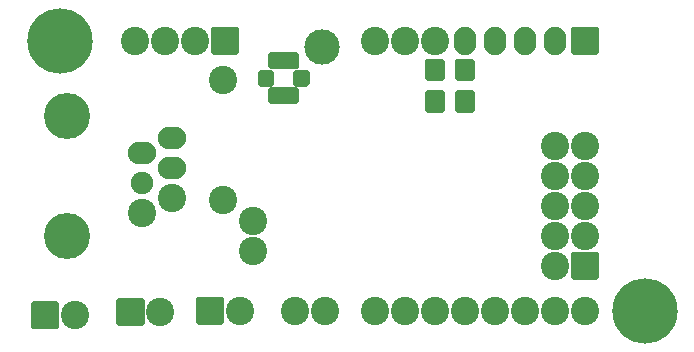
<source format=gbr>
%TF.GenerationSoftware,KiCad,Pcbnew,5.1.7-a382d34a8~87~ubuntu20.04.1*%
%TF.CreationDate,2021-02-22T15:40:43+01:00*%
%TF.ProjectId,smartyreader_ng_lora,736d6172-7479-4726-9561-6465725f6e67,rev?*%
%TF.SameCoordinates,Original*%
%TF.FileFunction,Soldermask,Top*%
%TF.FilePolarity,Negative*%
%FSLAX46Y46*%
G04 Gerber Fmt 4.6, Leading zero omitted, Abs format (unit mm)*
G04 Created by KiCad (PCBNEW 5.1.7-a382d34a8~87~ubuntu20.04.1) date 2021-02-22 15:40:43*
%MOMM*%
%LPD*%
G01*
G04 APERTURE LIST*
%ADD10C,5.528260*%
%ADD11C,3.000000*%
%ADD12C,2.398980*%
%ADD13O,1.900000X2.398980*%
%ADD14C,1.900000*%
%ADD15O,2.400000X1.900000*%
%ADD16C,2.400000*%
%ADD17C,3.900000*%
G04 APERTURE END LIST*
D10*
%TO.C,AD1*%
X104140000Y-107950000D03*
%TD*%
%TO.C,AD1*%
X153670000Y-130810000D03*
%TD*%
D11*
%TO.C,J7*%
X126365000Y-108458000D03*
%TD*%
D12*
%TO.C,C3*%
X126619000Y-130810000D03*
X124079000Y-130810000D03*
%TD*%
%TO.C,C1*%
X120523000Y-125730000D03*
X120523000Y-123190000D03*
%TD*%
%TO.C,C2*%
X112649000Y-130937000D03*
G36*
G01*
X108909510Y-131936490D02*
X108909510Y-129937510D01*
G75*
G02*
X109109510Y-129737510I200000J0D01*
G01*
X111108490Y-129737510D01*
G75*
G02*
X111308490Y-129937510I0J-200000D01*
G01*
X111308490Y-131936490D01*
G75*
G02*
X111108490Y-132136490I-200000J0D01*
G01*
X109109510Y-132136490D01*
G75*
G02*
X108909510Y-131936490I0J200000D01*
G01*
G37*
%TD*%
%TO.C,R4*%
X117983000Y-121412000D03*
X117983000Y-111252000D03*
%TD*%
%TO.C,J3*%
G36*
G01*
X149789490Y-126000510D02*
X149789490Y-127999490D01*
G75*
G02*
X149589490Y-128199490I-200000J0D01*
G01*
X147590510Y-128199490D01*
G75*
G02*
X147390510Y-127999490I0J200000D01*
G01*
X147390510Y-126000510D01*
G75*
G02*
X147590510Y-125800510I200000J0D01*
G01*
X149589490Y-125800510D01*
G75*
G02*
X149789490Y-126000510I0J-200000D01*
G01*
G37*
X146050000Y-127000000D03*
X148590000Y-124460000D03*
X146050000Y-124460000D03*
X148590000Y-121920000D03*
X146050000Y-121920000D03*
X148590000Y-119380000D03*
X146050000Y-119380000D03*
X148590000Y-116840000D03*
X146050000Y-116840000D03*
%TD*%
%TO.C,J6*%
G36*
G01*
X125087000Y-111825000D02*
X124087000Y-111825000D01*
G75*
G02*
X123887000Y-111625000I0J200000D01*
G01*
X123887000Y-110625000D01*
G75*
G02*
X124087000Y-110425000I200000J0D01*
G01*
X125087000Y-110425000D01*
G75*
G02*
X125287000Y-110625000I0J-200000D01*
G01*
X125287000Y-111625000D01*
G75*
G02*
X125087000Y-111825000I-200000J0D01*
G01*
G37*
G36*
G01*
X122087000Y-111825000D02*
X121087000Y-111825000D01*
G75*
G02*
X120887000Y-111625000I0J200000D01*
G01*
X120887000Y-110625000D01*
G75*
G02*
X121087000Y-110425000I200000J0D01*
G01*
X122087000Y-110425000D01*
G75*
G02*
X122287000Y-110625000I0J-200000D01*
G01*
X122287000Y-111625000D01*
G75*
G02*
X122087000Y-111825000I-200000J0D01*
G01*
G37*
G36*
G01*
X124187000Y-110375000D02*
X121987000Y-110375000D01*
G75*
G02*
X121787000Y-110175000I0J200000D01*
G01*
X121787000Y-109125000D01*
G75*
G02*
X121987000Y-108925000I200000J0D01*
G01*
X124187000Y-108925000D01*
G75*
G02*
X124387000Y-109125000I0J-200000D01*
G01*
X124387000Y-110175000D01*
G75*
G02*
X124187000Y-110375000I-200000J0D01*
G01*
G37*
G36*
G01*
X124187000Y-113325000D02*
X121987000Y-113325000D01*
G75*
G02*
X121787000Y-113125000I0J200000D01*
G01*
X121787000Y-112075000D01*
G75*
G02*
X121987000Y-111875000I200000J0D01*
G01*
X124187000Y-111875000D01*
G75*
G02*
X124387000Y-112075000I0J-200000D01*
G01*
X124387000Y-113125000D01*
G75*
G02*
X124187000Y-113325000I-200000J0D01*
G01*
G37*
%TD*%
%TO.C,W1*%
X148590000Y-130810000D03*
X146050000Y-130810000D03*
X143510000Y-130810000D03*
X140970000Y-130810000D03*
X138430000Y-130810000D03*
X135890000Y-130810000D03*
X133350000Y-130810000D03*
X130810000Y-130810000D03*
G36*
G01*
X149789490Y-106950510D02*
X149789490Y-108949490D01*
G75*
G02*
X149589490Y-109149490I-200000J0D01*
G01*
X147590510Y-109149490D01*
G75*
G02*
X147390510Y-108949490I0J200000D01*
G01*
X147390510Y-106950510D01*
G75*
G02*
X147590510Y-106750510I200000J0D01*
G01*
X149589490Y-106750510D01*
G75*
G02*
X149789490Y-106950510I0J-200000D01*
G01*
G37*
D13*
X146050000Y-107950000D03*
X143510000Y-107950000D03*
X140970000Y-107950000D03*
X138430000Y-107950000D03*
D12*
X135890000Y-107950000D03*
X133350000Y-107950000D03*
X130810000Y-107950000D03*
%TD*%
%TO.C,J2*%
X110490000Y-107950000D03*
X113030000Y-107950000D03*
X115570000Y-107950000D03*
G36*
G01*
X119309490Y-106950510D02*
X119309490Y-108949490D01*
G75*
G02*
X119109490Y-109149490I-200000J0D01*
G01*
X117110510Y-109149490D01*
G75*
G02*
X116910510Y-108949490I0J200000D01*
G01*
X116910510Y-106950510D01*
G75*
G02*
X117110510Y-106750510I200000J0D01*
G01*
X119109490Y-106750510D01*
G75*
G02*
X119309490Y-106950510I0J-200000D01*
G01*
G37*
%TD*%
%TO.C,J4*%
X105410000Y-131191000D03*
G36*
G01*
X101670510Y-132190490D02*
X101670510Y-130191510D01*
G75*
G02*
X101870510Y-129991510I200000J0D01*
G01*
X103869490Y-129991510D01*
G75*
G02*
X104069490Y-130191510I0J-200000D01*
G01*
X104069490Y-132190490D01*
G75*
G02*
X103869490Y-132390490I-200000J0D01*
G01*
X101870510Y-132390490D01*
G75*
G02*
X101670510Y-132190490I0J200000D01*
G01*
G37*
%TD*%
%TO.C,J5*%
G36*
G01*
X115640510Y-131809490D02*
X115640510Y-129810510D01*
G75*
G02*
X115840510Y-129610510I200000J0D01*
G01*
X117839490Y-129610510D01*
G75*
G02*
X118039490Y-129810510I0J-200000D01*
G01*
X118039490Y-131809490D01*
G75*
G02*
X117839490Y-132009490I-200000J0D01*
G01*
X115840510Y-132009490D01*
G75*
G02*
X115640510Y-131809490I0J200000D01*
G01*
G37*
X119380000Y-130810000D03*
%TD*%
%TO.C,R5*%
G36*
G01*
X139080000Y-111360000D02*
X137780000Y-111360000D01*
G75*
G02*
X137580000Y-111160000I0J200000D01*
G01*
X137580000Y-109660000D01*
G75*
G02*
X137780000Y-109460000I200000J0D01*
G01*
X139080000Y-109460000D01*
G75*
G02*
X139280000Y-109660000I0J-200000D01*
G01*
X139280000Y-111160000D01*
G75*
G02*
X139080000Y-111360000I-200000J0D01*
G01*
G37*
G36*
G01*
X139080000Y-114060000D02*
X137780000Y-114060000D01*
G75*
G02*
X137580000Y-113860000I0J200000D01*
G01*
X137580000Y-112360000D01*
G75*
G02*
X137780000Y-112160000I200000J0D01*
G01*
X139080000Y-112160000D01*
G75*
G02*
X139280000Y-112360000I0J-200000D01*
G01*
X139280000Y-113860000D01*
G75*
G02*
X139080000Y-114060000I-200000J0D01*
G01*
G37*
%TD*%
%TO.C,R6*%
G36*
G01*
X136540000Y-111360000D02*
X135240000Y-111360000D01*
G75*
G02*
X135040000Y-111160000I0J200000D01*
G01*
X135040000Y-109660000D01*
G75*
G02*
X135240000Y-109460000I200000J0D01*
G01*
X136540000Y-109460000D01*
G75*
G02*
X136740000Y-109660000I0J-200000D01*
G01*
X136740000Y-111160000D01*
G75*
G02*
X136540000Y-111360000I-200000J0D01*
G01*
G37*
G36*
G01*
X136540000Y-114060000D02*
X135240000Y-114060000D01*
G75*
G02*
X135040000Y-113860000I0J200000D01*
G01*
X135040000Y-112360000D01*
G75*
G02*
X135240000Y-112160000I200000J0D01*
G01*
X136540000Y-112160000D01*
G75*
G02*
X136740000Y-112360000I0J-200000D01*
G01*
X136740000Y-113860000D01*
G75*
G02*
X136540000Y-114060000I-200000J0D01*
G01*
G37*
%TD*%
D14*
%TO.C,J1*%
X111125000Y-120015000D03*
D15*
X111125000Y-117475000D03*
D16*
X111125000Y-122555000D03*
D15*
X113665000Y-116205000D03*
X113665000Y-118745000D03*
D16*
X113665000Y-121285000D03*
D17*
X104775000Y-124460000D03*
X104775000Y-114300000D03*
%TD*%
M02*

</source>
